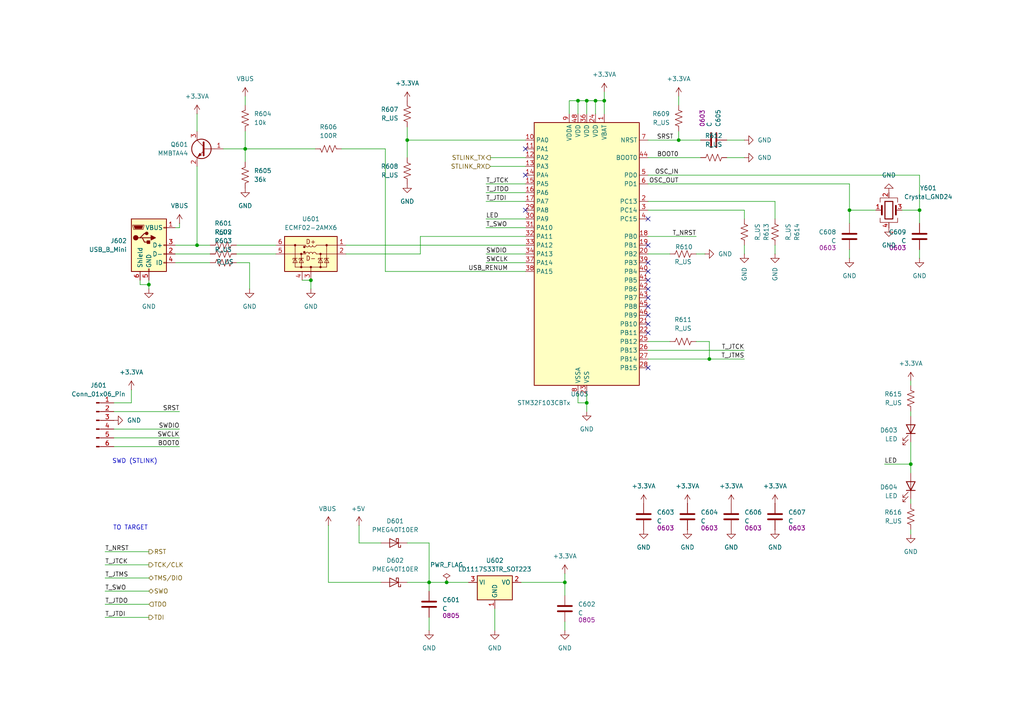
<source format=kicad_sch>
(kicad_sch (version 20250114) (generator "eeschema") (generator_version "9.0")
  (paper "A4")
  (lib_symbols
    (symbol "Connector:Conn_01x06_Pin" (pin_names (offset 1.016) (hide yes))
      (property "Reference" "J" (at 0 7.62 0))
      (property "Value" "Conn_01x06_Pin" (at 0 -10.16 0))
      (symbol "Conn_01x06_Pin_1_1"
        (rectangle (start 0.8636 5.207) (end 0 4.953) (stroke (width 0.1524)) (fill (type outline)))
        (rectangle (start 0.8636 2.667) (end 0 2.413) (stroke (width 0.1524)) (fill (type outline)))
        (rectangle (start 0.8636 0.127) (end 0 -0.127) (stroke (width 0.1524)) (fill (type outline)))
        (rectangle (start 0.8636 -2.413) (end 0 -2.667) (stroke (width 0.1524)) (fill (type outline)))
        (rectangle (start 0.8636 -4.953) (end 0 -5.207) (stroke (width 0.1524)) (fill (type outline)))
        (rectangle (start 0.8636 -7.493) (end 0 -7.747) (stroke (width 0.1524)) (fill (type outline)))
        (polyline (pts (xy 1.27 5.08) (xy 0.8636 5.08)) (stroke (width 0.1524)))
        (polyline (pts (xy 1.27 2.54) (xy 0.8636 2.54)) (stroke (width 0.1524)))
        (polyline (pts (xy 1.27 0) (xy 0.8636 0)) (stroke (width 0.1524)))
        (polyline (pts (xy 1.27 -2.54) (xy 0.8636 -2.54)) (stroke (width 0.1524)))
        (polyline (pts (xy 1.27 -5.08) (xy 0.8636 -5.08)) (stroke (width 0.1524)))
        (polyline (pts (xy 1.27 -7.62) (xy 0.8636 -7.62)) (stroke (width 0.1524)))
        (pin passive line (at 5.08 5.08 180) (length 3.81) (name "Pin_1") (number "1"))
        (pin passive line (at 5.08 2.54 180) (length 3.81) (name "Pin_2") (number "2"))
        (pin passive line (at 5.08 0 180) (length 3.81) (name "Pin_3") (number "3"))
        (pin passive line (at 5.08 -2.54 180) (length 3.81) (name "Pin_4") (number "4"))
        (pin passive line (at 5.08 -5.08 180) (length 3.81) (name "Pin_5") (number "5"))
        (pin passive line (at 5.08 -7.62 180) (length 3.81) (name "Pin_6") (number "6"))
      )
    )
    (symbol "Connector:USB_B_Mini" (pin_names (offset 1.016))
      (property "Reference" "J" (at -5.08 11.43 0))
      (property "Value" "USB_B_Mini" (at -5.08 8.89 0))
      (symbol "USB_B_Mini_0_1"
        (rectangle (start -5.08 -7.62) (end 5.08 7.62) (stroke (width 0.254)) (fill (type background)))
        (polyline (pts (xy -4.699 5.842) (xy -4.699 5.588) (xy -4.445 4.826) (xy -4.445 4.572) (xy -1.651 4.572) (xy -1.651 4.826) (xy -1.397 5.588) (xy -1.397 5.842) (xy -4.699 5.842)))
        (polyline (pts (xy -4.318 5.588) (xy -1.778 5.588) (xy -2.032 4.826) (xy -4.064 4.826) (xy -4.318 5.588)) (fill (type outline)))
        (circle (center -3.81 2.159) (radius 0.635) (stroke (width 0.254)) (fill (type outline)))
        (polyline (pts (xy -3.175 2.159) (xy -2.54 2.159) (xy -1.27 3.429) (xy -0.635 3.429)) (stroke (width 0.254)))
        (polyline (pts (xy -2.54 2.159) (xy -1.905 2.159) (xy -1.27 0.889) (xy 0 0.889)) (stroke (width 0.254)))
        (polyline (pts (xy -1.905 2.159) (xy 0.635 2.159)) (stroke (width 0.254)))
        (circle (center -0.635 3.429) (radius 0.381) (stroke (width 0.254)) (fill (type outline)))
        (rectangle (start -0.127 -7.62) (end 0.127 -6.858))
        (rectangle (start 0.254 1.27) (end -0.508 0.508) (stroke (width 0.254)) (fill (type outline)))
        (polyline (pts (xy 0.635 2.794) (xy 0.635 1.524) (xy 1.905 2.159) (xy 0.635 2.794)) (stroke (width 0.254)) (fill (type outline)))
        (rectangle (start 5.08 4.953) (end 4.318 5.207))
        (rectangle (start 5.08 -0.127) (end 4.318 0.127))
        (rectangle (start 5.08 -2.667) (end 4.318 -2.413))
        (rectangle (start 5.08 -5.207) (end 4.318 -4.953))
      )
      (symbol "USB_B_Mini_1_1"
        (pin passive line (at -2.54 -10.16 90) (length 2.54) (name "Shield") (number "6"))
        (pin power_out line (at 0 -10.16 90) (length 2.54) (name "GND") (number "5"))
        (pin power_out line (at 7.62 5.08 180) (length 2.54) (name "VBUS") (number "1"))
        (pin bidirectional line (at 7.62 0 180) (length 2.54) (name "D+") (number "3"))
        (pin bidirectional line (at 7.62 -2.54 180) (length 2.54) (name "D-") (number "2"))
        (pin passive line (at 7.62 -5.08 180) (length 2.54) (name "ID") (number "4"))
      )
    )
    (symbol "Device:C" (pin_numbers (hide yes)) (pin_names (offset 0.254))
      (property "Reference" "C" (at 0.635 2.54 0))
      (property "Value" "C" (at 0.635 -2.54 0))
      (symbol "C_0_1"
        (polyline (pts (xy -2.032 0.762) (xy 2.032 0.762)) (stroke (width 0.508)))
        (polyline (pts (xy -2.032 -0.762) (xy 2.032 -0.762)) (stroke (width 0.508)))
      )
      (symbol "C_1_1"
        (pin passive line (at 0 3.81 270) (length 2.794) (name "~") (number "1"))
        (pin passive line (at 0 -3.81 90) (length 2.794) (name "~") (number "2"))
      )
    )
    (symbol "Device:Crystal_GND24" (pin_names (offset 1.016) (hide yes))
      (property "Reference" "Y" (at 3.175 5.08 0))
      (property "Value" "Crystal_GND24" (at 3.175 3.175 0))
      (symbol "Crystal_GND24_0_1"
        (polyline (pts (xy -2.54 2.286) (xy -2.54 3.556) (xy 2.54 3.556) (xy 2.54 2.286)))
        (polyline (pts (xy -2.54 0) (xy -2.032 0)))
        (polyline (pts (xy -2.54 -2.286) (xy -2.54 -3.556) (xy 2.54 -3.556) (xy 2.54 -2.286)))
        (polyline (pts (xy -2.032 -1.27) (xy -2.032 1.27)) (stroke (width 0.508)))
        (rectangle (start -1.143 2.54) (end 1.143 -2.54) (stroke (width 0.3048)))
        (polyline (pts (xy 0 3.556) (xy 0 3.81)))
        (polyline (pts (xy 0 -3.81) (xy 0 -3.556)))
        (polyline (pts (xy 2.032 0) (xy 2.54 0)))
        (polyline (pts (xy 2.032 -1.27) (xy 2.032 1.27)) (stroke (width 0.508)))
      )
      (symbol "Crystal_GND24_1_1"
        (pin passive line (at -3.81 0 0) (length 1.27) (name "1") (number "1"))
        (pin passive line (at 0 5.08 270) (length 1.27) (name "2") (number "2"))
        (pin passive line (at 0 -5.08 90) (length 1.27) (name "4") (number "4"))
        (pin passive line (at 3.81 0 180) (length 1.27) (name "3") (number "3"))
      )
    )
    (symbol "Device:LED" (pin_numbers (hide yes)) (pin_names (offset 1.016) (hide yes))
      (property "Reference" "D" (at 0 2.54 0))
      (property "Value" "LED" (at 0 -2.54 0))
      (symbol "LED_0_1"
        (polyline (pts (xy -3.048 -0.762) (xy -4.572 -2.286) (xy -3.81 -2.286) (xy -4.572 -2.286) (xy -4.572 -1.524)))
        (polyline (pts (xy -1.778 -0.762) (xy -3.302 -2.286) (xy -2.54 -2.286) (xy -3.302 -2.286) (xy -3.302 -1.524)))
        (polyline (pts (xy -1.27 0) (xy 1.27 0)))
        (polyline (pts (xy -1.27 -1.27) (xy -1.27 1.27)) (stroke (width 0.254)))
        (polyline (pts (xy 1.27 -1.27) (xy 1.27 1.27) (xy -1.27 0) (xy 1.27 -1.27)) (stroke (width 0.254)))
      )
      (symbol "LED_1_1"
        (pin passive line (at -3.81 0 0) (length 2.54) (name "K") (number "1"))
        (pin passive line (at 3.81 0 180) (length 2.54) (name "A") (number "2"))
      )
    )
    (symbol "Device:R_US" (pin_numbers (hide yes)) (pin_names (offset 0))
      (property "Reference" "R" (at 2.54 0 90))
      (property "Value" "R_US" (at -2.54 0 90))
      (symbol "R_US_0_1"
        (polyline (pts (xy 0 2.286) (xy 0 2.54)))
        (polyline (pts (xy 0 2.286) (xy 1.016 1.905) (xy 0 1.524) (xy -1.016 1.143) (xy 0 0.762)))
        (polyline (pts (xy 0 0.762) (xy 1.016 0.381) (xy 0 0) (xy -1.016 -0.381) (xy 0 -0.762)))
        (polyline (pts (xy 0 -0.762) (xy 1.016 -1.143) (xy 0 -1.524) (xy -1.016 -1.905) (xy 0 -2.286)))
        (polyline (pts (xy 0 -2.286) (xy 0 -2.54)))
      )
      (symbol "R_US_1_1"
        (pin passive line (at 0 3.81 270) (length 1.27) (name "~") (number "1"))
        (pin passive line (at 0 -3.81 90) (length 1.27) (name "~") (number "2"))
      )
    )
    (symbol "Diode:PMEG40T10ER" (pin_numbers (hide yes)) (pin_names (hide yes))
      (property "Reference" "D" (at 0 2.54 0))
      (property "Value" "PMEG40T10ER" (at 0 -2.54 0))
      (symbol "PMEG40T10ER_0_1"
        (polyline (pts (xy -1.905 0.635) (xy -1.905 1.27) (xy -1.27 1.27) (xy -1.27 -1.27) (xy -0.635 -1.27) (xy -0.635 -0.635)) (stroke (width 0.2032)))
        (polyline (pts (xy 1.27 1.27) (xy 1.27 -1.27) (xy -1.27 0) (xy 1.27 1.27)) (stroke (width 0.2032)))
        (polyline (pts (xy 1.27 0) (xy -1.27 0)))
      )
      (symbol "PMEG40T10ER_1_1"
        (pin passive line (at -3.81 0 0) (length 2.54) (name "K") (number "1"))
        (pin passive line (at 3.81 0 180) (length 2.54) (name "A") (number "2"))
      )
    )
    (symbol "MCU_ST_STM32F1:STM32F103CBTx"
      (property "Reference" "U" (at -15.24 39.37 0))
      (property "Value" "STM32F103CBTx" (at 7.62 39.37 0))
      (symbol "STM32F103CBTx_0_1"
        (rectangle (start -15.24 -38.1) (end 15.24 38.1) (stroke (width 0.254)) (fill (type background)))
      )
      (symbol "STM32F103CBTx_1_1"
        (pin input line (at -17.78 33.02 0) (length 2.54) (name "NRST") (number "7"))
        (pin input line (at -17.78 27.94 0) (length 2.54) (name "BOOT0") (number "44"))
        (pin bidirectional line (at -17.78 22.86 0) (length 2.54) (name "PD0") (number "5"))
        (pin bidirectional line (at -17.78 20.32 0) (length 2.54) (name "PD1") (number "6"))
        (pin bidirectional line (at -17.78 15.24 0) (length 2.54) (name "PC13") (number "2"))
        (pin bidirectional line (at -17.78 12.7 0) (length 2.54) (name "PC14") (number "3"))
        (pin bidirectional line (at -17.78 10.16 0) (length 2.54) (name "PC15") (number "4"))
        (pin bidirectional line (at -17.78 5.08 0) (length 2.54) (name "PB0") (number "18"))
        (pin bidirectional line (at -17.78 2.54 0) (length 2.54) (name "PB1") (number "19"))
        (pin bidirectional line (at -17.78 0 0) (length 2.54) (name "PB2") (number "20"))
        (pin bidirectional line (at -17.78 -2.54 0) (length 2.54) (name "PB3") (number "39"))
        (pin bidirectional line (at -17.78 -5.08 0) (length 2.54) (name "PB4") (number "40"))
        (pin bidirectional line (at -17.78 -7.62 0) (length 2.54) (name "PB5") (number "41"))
        (pin bidirectional line (at -17.78 -10.16 0) (length 2.54) (name "PB6") (number "42"))
        (pin bidirectional line (at -17.78 -12.7 0) (length 2.54) (name "PB7") (number "43"))
        (pin bidirectional line (at -17.78 -15.24 0) (length 2.54) (name "PB8") (number "45"))
        (pin bidirectional line (at -17.78 -17.78 0) (length 2.54) (name "PB9") (number "46"))
        (pin bidirectional line (at -17.78 -20.32 0) (length 2.54) (name "PB10") (number "21"))
        (pin bidirectional line (at -17.78 -22.86 0) (length 2.54) (name "PB11") (number "22"))
        (pin bidirectional line (at -17.78 -25.4 0) (length 2.54) (name "PB12") (number "25"))
        (pin bidirectional line (at -17.78 -27.94 0) (length 2.54) (name "PB13") (number "26"))
        (pin bidirectional line (at -17.78 -30.48 0) (length 2.54) (name "PB14") (number "27"))
        (pin bidirectional line (at -17.78 -33.02 0) (length 2.54) (name "PB15") (number "28"))
        (pin power_in line (at -5.08 40.64 270) (length 2.54) (name "VBAT") (number "1"))
        (pin power_in line (at -2.54 40.64 270) (length 2.54) (name "VDD") (number "24"))
        (pin power_in line (at 0 40.64 270) (length 2.54) (name "VDD") (number "36"))
        (pin power_in line (at 0 -40.64 90) (length 2.54) (name "VSS") (number "23"))
        (pin passive line (at 0 -40.64 90) (length 2.54) (hide yes) (name "VSS") (number "35"))
        (pin passive line (at 0 -40.64 90) (length 2.54) (hide yes) (name "VSS") (number "47"))
        (pin power_in line (at 2.54 40.64 270) (length 2.54) (name "VDD") (number "48"))
        (pin power_in line (at 2.54 -40.64 90) (length 2.54) (name "VSSA") (number "8"))
        (pin power_in line (at 5.08 40.64 270) (length 2.54) (name "VDDA") (number "9"))
        (pin bidirectional line (at 17.78 33.02 180) (length 2.54) (name "PA0") (number "10"))
        (pin bidirectional line (at 17.78 30.48 180) (length 2.54) (name "PA1") (number "11"))
        (pin bidirectional line (at 17.78 27.94 180) (length 2.54) (name "PA2") (number "12"))
        (pin bidirectional line (at 17.78 25.4 180) (length 2.54) (name "PA3") (number "13"))
        (pin bidirectional line (at 17.78 22.86 180) (length 2.54) (name "PA4") (number "14"))
        (pin bidirectional line (at 17.78 20.32 180) (length 2.54) (name "PA5") (number "15"))
        (pin bidirectional line (at 17.78 17.78 180) (length 2.54) (name "PA6") (number "16"))
        (pin bidirectional line (at 17.78 15.24 180) (length 2.54) (name "PA7") (number "17"))
        (pin bidirectional line (at 17.78 12.7 180) (length 2.54) (name "PA8") (number "29"))
        (pin bidirectional line (at 17.78 10.16 180) (length 2.54) (name "PA9") (number "30"))
        (pin bidirectional line (at 17.78 7.62 180) (length 2.54) (name "PA10") (number "31"))
        (pin bidirectional line (at 17.78 5.08 180) (length 2.54) (name "PA11") (number "32"))
        (pin bidirectional line (at 17.78 2.54 180) (length 2.54) (name "PA12") (number "33"))
        (pin bidirectional line (at 17.78 0 180) (length 2.54) (name "PA13") (number "34"))
        (pin bidirectional line (at 17.78 -2.54 180) (length 2.54) (name "PA14") (number "37"))
        (pin bidirectional line (at 17.78 -5.08 180) (length 2.54) (name "PA15") (number "38"))
      )
    )
    (symbol "Power_Protection:ECMF02-2AMX6" (pin_names (offset 0.0254) (hide yes))
      (property "Reference" "U" (at 0 10.16 0))
      (property "Value" "ECMF02-2AMX6" (at 0 7.62 0))
      (symbol "ECMF02-2AMX6_0_1"
        (rectangle (start -7.62 5.08) (end 7.62 -5.08) (stroke (width 0.254)) (fill (type background)))
        (polyline (pts (xy -7.62 2.54) (xy -1.524 2.54)))
        (polyline (pts (xy -7.62 0) (xy -1.524 0)))
        (polyline (pts (xy -4.572 2.54) (xy -4.572 -3.81)))
        (polyline (pts (xy -4.572 -3.81) (xy 4.572 -3.81)))
        (polyline (pts (xy -2.794 0) (xy -2.794 -3.81)))
        (arc (start -0.508 2.5023) (mid -1.016 2.0306) (end -1.524 2.5023))
        (arc (start -1.524 0.0377) (mid -1.016 0.5094) (end -0.508 0.0377))
        (arc (start 0.508 2.5023) (mid 0 2.0306) (end -0.508 2.5023))
        (arc (start -0.508 0.0377) (mid 0 0.5094) (end 0.508 0.0377))
        (polyline (pts (xy 0 -5.08) (xy 0 -3.81)))
        (arc (start 1.524 2.5023) (mid 1.016 2.0306) (end 0.508 2.5023))
        (arc (start 0.508 0.0377) (mid 1.016 0.5094) (end 1.524 0.0377))
        (polyline (pts (xy 2.54 2.54) (xy 1.524 2.54)))
        (polyline (pts (xy 2.54 2.54) (xy 7.62 2.54)))
        (polyline (pts (xy 2.54 0) (xy 1.524 0)))
        (polyline (pts (xy 2.54 0) (xy 7.62 0)))
        (polyline (pts (xy 2.794 0) (xy 2.794 -3.81)))
        (polyline (pts (xy 4.572 2.54) (xy 4.572 -3.81)))
        (text "D+" (at 0 3.556 0) (effects (font (size 1.27 1.27))))
        (text "D-" (at 0 -1.27 0) (effects (font (size 1.27 1.27))))
      )
      (symbol "ECMF02-2AMX6_1_1"
        (polyline (pts (xy -5.207 -2.54) (xy -3.937 -2.54) (xy -4.572 -1.27) (xy -5.207 -2.54)))
        (circle (center -4.572 2.54) (radius 0.254) (fill (type outline)))
        (polyline (pts (xy -3.937 -1.651) (xy -3.937 -1.27) (xy -5.207 -1.27)))
        (polyline (pts (xy -3.429 -2.54) (xy -2.159 -2.54) (xy -2.794 -1.27) (xy -3.429 -2.54)))
        (circle (center -2.794 0) (radius 0.254) (fill (type outline)))
        (circle (center -2.794 -3.81) (radius 0.254) (fill (type outline)))
        (polyline (pts (xy -2.159 -1.651) (xy -2.159 -1.27) (xy -3.429 -1.27)))
        (circle (center 0 -3.81) (radius 0.254) (fill (type outline)))
        (circle (center 1.905 2.032) (radius 0.254) (fill (type outline)))
        (circle (center 1.905 0.508) (radius 0.254) (fill (type outline)))
        (circle (center 2.794 0) (radius 0.254) (fill (type outline)))
        (circle (center 2.794 -3.81) (radius 0.254) (fill (type outline)))
        (polyline (pts (xy 3.429 -1.651) (xy 3.429 -1.27) (xy 2.159 -1.27)))
        (polyline (pts (xy 3.429 -2.54) (xy 2.159 -2.54) (xy 2.794 -1.27) (xy 3.429 -2.54)))
        (circle (center 4.572 2.54) (radius 0.254) (fill (type outline)))
        (polyline (pts (xy 5.207 -1.651) (xy 5.207 -1.27) (xy 3.937 -1.27)))
        (polyline (pts (xy 5.207 -2.54) (xy 3.937 -2.54) (xy 4.572 -1.27) (xy 5.207 -2.54)))
        (pin passive line (at -10.16 2.54 0) (length 2.54) (name "D+_in") (number "1"))
        (pin passive line (at -10.16 0 0) (length 2.54) (name "D-_in") (number "2"))
        (pin power_in line (at 0 -7.62 90) (length 2.54) (name "GND") (number "3"))
        (pin free line (at 2.54 -7.62 90) (length 2.54) (name "NC") (number "4"))
        (pin passive line (at 10.16 2.54 180) (length 2.54) (name "D+_out") (number "6"))
        (pin passive line (at 10.16 0 180) (length 2.54) (name "D-_out") (number "5"))
      )
    )
    (symbol "Regulator_Linear:LD1117S33TR_SOT223"
      (property "Reference" "U" (at -3.81 3.175 0))
      (property "Value" "LD1117S33TR_SOT223" (at 0 3.175 0))
      (symbol "LD1117S33TR_SOT223_0_1"
        (rectangle (start -5.08 -5.08) (end 5.08 1.905) (stroke (width 0.254)) (fill (type background)))
      )
      (symbol "LD1117S33TR_SOT223_1_1"
        (pin power_in line (at -7.62 0 0) (length 2.54) (name "VI") (number "3"))
        (pin power_in line (at 0 -7.62 90) (length 2.54) (name "GND") (number "1"))
        (pin power_out line (at 7.62 0 180) (length 2.54) (name "VO") (number "2"))
      )
    )
    (symbol "Transistor_BJT:MMBTA44" (pin_names (offset 0) (hide yes))
      (property "Reference" "Q" (at 5.08 1.905 0))
      (property "Value" "MMBTA44" (at 5.08 0 0))
      (symbol "MMBTA44_0_1"
        (polyline (pts (xy -2.54 0) (xy 0.635 0)))
        (polyline (pts (xy 0.635 1.905) (xy 0.635 -1.905)) (stroke (width 0.508)))
        (circle (center 1.27 0) (radius 2.8194) (stroke (width 0.254)))
      )
      (symbol "MMBTA44_1_1"
        (polyline (pts (xy 0.635 0.635) (xy 2.54 2.54)))
        (polyline (pts (xy 0.635 -0.635) (xy 2.54 -2.54)))
        (polyline (pts (xy 1.27 -1.778) (xy 1.778 -1.27) (xy 2.286 -2.286) (xy 1.27 -1.778)) (fill (type outline)))
        (pin input line (at -5.08 0 0) (length 2.54) (name "B") (number "1"))
        (pin passive line (at 2.54 5.08 270) (length 2.54) (name "C") (number "3"))
        (pin passive line (at 2.54 -5.08 90) (length 2.54) (name "E") (number "2"))
      )
    )
    (symbol "power:+3.3VA" (power) (pin_numbers (hide yes)) (pin_names (offset 0) (hide yes))
      (property "Value" "+3.3VA" (at 0 3.556 0))
      (symbol "+3.3VA_0_1"
        (polyline (pts (xy -0.762 1.27) (xy 0 2.54)))
        (polyline (pts (xy 0 2.54) (xy 0.762 1.27)))
        (polyline (pts (xy 0 0) (xy 0 2.54)))
      )
      (symbol "+3.3VA_1_1"
        (pin power_in line (at 0 0 90) (length 0) (name "~") (number "1"))
      )
    )
    (symbol "power:+5V" (power) (pin_numbers (hide yes)) (pin_names (offset 0) (hide yes))
      (property "Value" "+5V" (at 0 3.556 0))
      (symbol "+5V_0_1"
        (polyline (pts (xy -0.762 1.27) (xy 0 2.54)))
        (polyline (pts (xy 0 2.54) (xy 0.762 1.27)))
        (polyline (pts (xy 0 0) (xy 0 2.54)))
      )
      (symbol "+5V_1_1"
        (pin power_in line (at 0 0 90) (length 0) (name "~") (number "1"))
      )
    )
    (symbol "power:GND" (power) (pin_numbers (hide yes)) (pin_names (offset 0) (hide yes))
      (property "Value" "GND" (at 0 -3.81 0))
      (symbol "GND_0_1"
        (polyline (pts (xy 0 0) (xy 0 -1.27) (xy 1.27 -1.27) (xy 0 -2.54) (xy -1.27 -1.27) (xy 0 -1.27)))
      )
      (symbol "GND_1_1"
        (pin power_in line (at 0 0 270) (length 0) (name "~") (number "1"))
      )
    )
    (symbol "power:PWR_FLAG" (power) (pin_numbers (hide yes)) (pin_names (offset 0) (hide yes))
      (property "Value" "PWR_FLAG" (at 0 3.81 0))
      (symbol "PWR_FLAG_0_0"
        (pin power_out line (at 0 0 90) (length 0) (name "~") (number "1"))
      )
      (symbol "PWR_FLAG_0_1"
        (polyline (pts (xy 0 0) (xy 0 1.27) (xy -1.016 1.905) (xy 0 2.54) (xy 1.016 1.905) (xy 0 1.27)))
      )
    )
    (symbol "power:VBUS" (power) (pin_numbers (hide yes)) (pin_names (offset 0) (hide yes))
      (property "Value" "VBUS" (at 0 3.556 0))
      (symbol "VBUS_0_1"
        (polyline (pts (xy -0.762 1.27) (xy 0 2.54)))
        (polyline (pts (xy 0 2.54) (xy 0.762 1.27)))
        (polyline (pts (xy 0 0) (xy 0 2.54)))
      )
      (symbol "VBUS_1_1"
        (pin power_in line (at 0 0 90) (length 0) (name "~") (number "1"))
      )
    )
  )
  (text "TO TARGET\n" (at 37.846 153.162 0) (effects (font (size 1.27 1.27))))
  (text "SWD (STLINK)\n\n" (at 39.116 134.874 0) (effects (font (size 1.27 1.27))))
  (junction (at 246.38 60.96))
  (junction (at 175.26 29.21))
  (junction (at 129.54 168.91))
  (junction (at 172.72 29.21))
  (junction (at 124.46 168.91))
  (junction (at 205.74 104.14))
  (junction (at 266.7 60.96))
  (junction (at 57.15 71.12))
  (junction (at 196.85 40.64))
  (junction (at 167.64 29.21))
  (junction (at 118.11 40.64))
  (junction (at 43.18 82.55))
  (junction (at 163.83 168.91))
  (junction (at 264.16 134.62))
  (junction (at 90.17 81.28))
  (junction (at 170.18 116.84))
  (junction (at 71.12 43.18))
  (junction (at 170.18 29.21))
  (no_connect (at 187.96 83.82))
  (no_connect (at 187.96 91.44))
  (no_connect (at 187.96 78.74))
  (no_connect (at 152.4 60.96))
  (no_connect (at 187.96 106.68))
  (no_connect (at 152.4 43.18))
  (no_connect (at 187.96 63.5))
  (no_connect (at 187.96 81.28))
  (no_connect (at 187.96 76.2))
  (no_connect (at 187.96 96.52))
  (no_connect (at 152.4 50.8))
  (no_connect (at 187.96 93.98))
  (no_connect (at 187.96 88.9))
  (no_connect (at 187.96 86.36))
  (no_connect (at 187.96 71.12))
  (wire (pts (xy 152.4 63.5) (xy 140.97 63.5)))
  (wire (pts (xy 167.64 29.21) (xy 170.18 29.21)))
  (wire (pts (xy 201.93 99.06) (xy 205.74 99.06)))
  (wire (pts (xy 175.26 29.21) (xy 175.26 33.02)))
  (wire (pts (xy 246.38 53.34) (xy 187.96 53.34)))
  (wire (pts (xy 264.16 128.27) (xy 264.16 134.62)))
  (wire (pts (xy 152.4 53.34) (xy 140.97 53.34)))
  (wire (pts (xy 224.79 58.42) (xy 187.96 58.42)))
  (wire (pts (xy 80.01 71.12) (xy 68.58 71.12)))
  (wire (pts (xy 152.4 73.66) (xy 140.97 73.66)))
  (wire (pts (xy 205.74 99.06) (xy 205.74 104.14)))
  (wire (pts (xy 205.74 104.14) (xy 187.96 104.14)))
  (wire (pts (xy 90.17 81.28) (xy 90.17 83.82)))
  (wire (pts (xy 71.12 38.1) (xy 71.12 43.18)))
  (wire (pts (xy 201.93 68.58) (xy 187.96 68.58)))
  (wire (pts (xy 71.12 43.18) (xy 91.44 43.18)))
  (wire (pts (xy 167.64 29.21) (xy 167.64 33.02)))
  (wire (pts (xy 40.64 81.28) (xy 40.64 82.55)))
  (wire (pts (xy 30.48 160.02) (xy 43.18 160.02)))
  (wire (pts (xy 95.25 168.91) (xy 95.25 152.4)))
  (wire (pts (xy 57.15 48.26) (xy 57.15 71.12)))
  (wire (pts (xy 30.48 167.64) (xy 43.18 167.64)))
  (wire (pts (xy 33.02 119.38) (xy 52.07 119.38)))
  (wire (pts (xy 57.15 71.12) (xy 50.8 71.12)))
  (wire (pts (xy 167.64 114.3) (xy 167.64 116.84)))
  (wire (pts (xy 215.9 63.5) (xy 215.9 60.96)))
  (wire (pts (xy 264.16 144.78) (xy 264.16 146.05)))
  (wire (pts (xy 121.92 73.66) (xy 121.92 68.58)))
  (wire (pts (xy 201.93 73.66) (xy 204.47 73.66)))
  (wire (pts (xy 43.18 82.55) (xy 43.18 83.82)))
  (wire (pts (xy 72.39 76.2) (xy 72.39 83.82)))
  (wire (pts (xy 118.11 157.48) (xy 124.46 157.48)))
  (wire (pts (xy 163.83 168.91) (xy 163.83 172.72)))
  (wire (pts (xy 152.4 66.04) (xy 140.97 66.04)))
  (wire (pts (xy 68.58 76.2) (xy 72.39 76.2)))
  (wire (pts (xy 194.31 73.66) (xy 187.96 73.66)))
  (wire (pts (xy 196.85 40.64) (xy 203.2 40.64)))
  (wire (pts (xy 87.63 81.28) (xy 90.17 81.28)))
  (wire (pts (xy 266.7 50.8) (xy 266.7 60.96)))
  (wire (pts (xy 110.49 168.91) (xy 95.25 168.91)))
  (wire (pts (xy 33.02 127) (xy 52.07 127)))
  (wire (pts (xy 170.18 116.84) (xy 170.18 119.38)))
  (wire (pts (xy 172.72 29.21) (xy 172.72 33.02)))
  (wire (pts (xy 64.77 43.18) (xy 71.12 43.18)))
  (wire (pts (xy 50.8 66.04) (xy 52.07 66.04)))
  (wire (pts (xy 33.02 124.46) (xy 52.07 124.46)))
  (wire (pts (xy 40.64 82.55) (xy 43.18 82.55)))
  (wire (pts (xy 165.1 29.21) (xy 167.64 29.21)))
  (wire (pts (xy 215.9 45.72) (xy 210.82 45.72)))
  (wire (pts (xy 124.46 179.07) (xy 124.46 182.88)))
  (wire (pts (xy 266.7 60.96) (xy 261.62 60.96)))
  (wire (pts (xy 215.9 101.6) (xy 187.96 101.6)))
  (wire (pts (xy 203.2 45.72) (xy 187.96 45.72)))
  (wire (pts (xy 264.16 134.62) (xy 264.16 137.16)))
  (wire (pts (xy 33.02 116.84) (xy 38.1 116.84)))
  (wire (pts (xy 246.38 74.93) (xy 246.38 72.39)))
  (wire (pts (xy 68.58 73.66) (xy 80.01 73.66)))
  (wire (pts (xy 167.64 116.84) (xy 170.18 116.84)))
  (wire (pts (xy 152.4 78.74) (xy 111.76 78.74)))
  (wire (pts (xy 170.18 114.3) (xy 170.18 116.84)))
  (wire (pts (xy 129.54 168.91) (xy 124.46 168.91)))
  (wire (pts (xy 50.8 76.2) (xy 60.96 76.2)))
  (wire (pts (xy 246.38 64.77) (xy 246.38 60.96)))
  (wire (pts (xy 266.7 50.8) (xy 187.96 50.8)))
  (wire (pts (xy 124.46 157.48) (xy 124.46 168.91)))
  (wire (pts (xy 143.51 176.53) (xy 143.51 182.88)))
  (wire (pts (xy 224.79 63.5) (xy 224.79 58.42)))
  (wire (pts (xy 111.76 43.18) (xy 111.76 78.74)))
  (wire (pts (xy 196.85 27.94) (xy 196.85 30.48)))
  (wire (pts (xy 152.4 71.12) (xy 100.33 71.12)))
  (wire (pts (xy 170.18 29.21) (xy 170.18 33.02)))
  (wire (pts (xy 104.14 157.48) (xy 110.49 157.48)))
  (wire (pts (xy 151.13 168.91) (xy 163.83 168.91)))
  (wire (pts (xy 50.8 73.66) (xy 60.96 73.66)))
  (wire (pts (xy 71.12 43.18) (xy 71.12 46.99)))
  (wire (pts (xy 152.4 55.88) (xy 140.97 55.88)))
  (wire (pts (xy 57.15 33.02) (xy 57.15 38.1)))
  (wire (pts (xy 33.02 129.54) (xy 52.07 129.54)))
  (wire (pts (xy 266.7 74.93) (xy 266.7 72.39)))
  (wire (pts (xy 175.26 26.67) (xy 175.26 29.21)))
  (wire (pts (xy 30.48 163.83) (xy 43.18 163.83)))
  (wire (pts (xy 100.33 73.66) (xy 121.92 73.66)))
  (wire (pts (xy 215.9 60.96) (xy 187.96 60.96)))
  (wire (pts (xy 187.96 99.06) (xy 194.31 99.06)))
  (wire (pts (xy 246.38 53.34) (xy 246.38 60.96)))
  (wire (pts (xy 30.48 171.45) (xy 43.18 171.45)))
  (wire (pts (xy 172.72 29.21) (xy 175.26 29.21)))
  (wire (pts (xy 30.48 175.26) (xy 43.18 175.26)))
  (wire (pts (xy 165.1 33.02) (xy 165.1 29.21)))
  (wire (pts (xy 118.11 36.83) (xy 118.11 40.64)))
  (wire (pts (xy 118.11 40.64) (xy 118.11 45.72)))
  (wire (pts (xy 215.9 104.14) (xy 205.74 104.14)))
  (wire (pts (xy 196.85 40.64) (xy 187.96 40.64)))
  (wire (pts (xy 264.16 119.38) (xy 264.16 120.65)))
  (wire (pts (xy 215.9 71.12) (xy 215.9 73.66)))
  (wire (pts (xy 266.7 64.77) (xy 266.7 60.96)))
  (wire (pts (xy 152.4 58.42) (xy 140.97 58.42)))
  (wire (pts (xy 152.4 40.64) (xy 118.11 40.64)))
  (wire (pts (xy 52.07 66.04) (xy 52.07 64.77)))
  (wire (pts (xy 254 60.96) (xy 246.38 60.96)))
  (wire (pts (xy 224.79 71.12) (xy 224.79 73.66)))
  (wire (pts (xy 104.14 152.4) (xy 104.14 157.48)))
  (wire (pts (xy 135.89 168.91) (xy 129.54 168.91)))
  (wire (pts (xy 196.85 38.1) (xy 196.85 40.64)))
  (wire (pts (xy 256.54 134.62) (xy 264.16 134.62)))
  (wire (pts (xy 170.18 29.21) (xy 172.72 29.21)))
  (wire (pts (xy 264.16 153.67) (xy 264.16 154.94)))
  (wire (pts (xy 30.48 179.07) (xy 43.18 179.07)))
  (wire (pts (xy 121.92 68.58) (xy 152.4 68.58)))
  (wire (pts (xy 152.4 48.26) (xy 142.24 48.26)))
  (wire (pts (xy 210.82 40.64) (xy 215.9 40.64)))
  (wire (pts (xy 43.18 82.55) (xy 43.18 81.28)))
  (wire (pts (xy 124.46 168.91) (xy 124.46 171.45)))
  (wire (pts (xy 264.16 110.49) (xy 264.16 111.76)))
  (wire (pts (xy 163.83 180.34) (xy 163.83 182.88)))
  (wire (pts (xy 38.1 116.84) (xy 38.1 113.03)))
  (wire (pts (xy 163.83 166.37) (xy 163.83 168.91)))
  (wire (pts (xy 152.4 45.72) (xy 142.24 45.72)))
  (wire (pts (xy 57.15 71.12) (xy 60.96 71.12)))
  (wire (pts (xy 99.06 43.18) (xy 111.76 43.18)))
  (wire (pts (xy 152.4 76.2) (xy 140.97 76.2)))
  (wire (pts (xy 124.46 168.91) (xy 118.11 168.91)))
  (wire (pts (xy 71.12 27.94) (xy 71.12 30.48)))
  (label "T_NRST" (at 30.48 160.02 0))
  (label "T_JTDI" (at 30.48 179.07 0))
  (label "SWCLK" (at 52.07 127 180))
  (label "LED" (at 140.97 63.5 0))
  (label "BOOT0" (at 196.85 45.72 180))
  (label "T_NRST" (at 201.93 68.58 180))
  (label "USB_RENUM" (at 147.32 78.74 180))
  (label "T_JTCK" (at 215.9 101.6 180))
  (label "T_SWO" (at 140.97 66.04 0))
  (label "T_SWO" (at 30.48 171.45 0))
  (label "T_JTMS" (at 30.48 167.64 0))
  (label "LED" (at 256.54 134.62 0))
  (label "SRST" (at 190.5 40.64 0))
  (label "T_JTCK" (at 30.48 163.83 0))
  (label "T_JTDO" (at 140.97 55.88 0))
  (label "T_JTDO" (at 30.48 175.26 0))
  (label "OSC_OUT" (at 196.85 53.34 180))
  (label "BOOT0" (at 52.07 129.54 180))
  (label "T_JTDI" (at 140.97 58.42 0))
  (label "T_JTMS" (at 215.9 104.14 180))
  (label "OSC_IN" (at 196.85 50.8 180))
  (label "T_JTCK" (at 140.97 53.34 0))
  (label "SWDIO" (at 52.07 124.46 180))
  (label "SWDIO" (at 140.97 73.66 0))
  (label "SRST" (at 52.07 119.38 180))
  (label "SWCLK" (at 140.97 76.2 0))
  (hierarchical_label "TCK{slash}CLK" (shape output) (at 43.18 163.83 0))
  (hierarchical_label "SWO" (shape bidirectional) (at 43.18 171.45 0))
  (hierarchical_label "STLINK_TX" (shape output) (at 142.24 45.72 180))
  (hierarchical_label "TDI" (shape output) (at 43.18 179.07 0))
  (hierarchical_label "TMS{slash}DIO" (shape bidirectional) (at 43.18 167.64 0))
  (hierarchical_label "TDO" (shape input) (at 43.18 175.26 0))
  (hierarchical_label "RST" (shape output) (at 43.18 160.02 0))
  (hierarchical_label "STLINK_RX" (shape input) (at 142.24 48.26 180))
  (symbol (lib_id "power:GND") (at 118.11 53.34 0) (mirror y) (unit 1)
    (property "Reference" "#PWR0613" (effects (hide yes)))
    (property "Value" "GND" (at 118.11 58.42 0))
    (property "Description" "Power symbol creates a global label with name \"GND\" , ground" (effects (hide yes)))
  )
  (symbol (lib_id "Device:R_US") (at 118.11 33.02 0) (unit 1)
    (property "Reference" "R607" (at 115.57 31.7499 0) (effects (justify right)))
    (property "Value" "R_US" (at 115.57 34.2899 0) (effects (justify right)))
    (property "Footprint" "Resistor_SMD:R_0603_1608Metric_Pad0.98x0.95mm_HandSolder" (effects (hide yes)))
    (property "Description" "Resistor, US symbol" (effects (hide yes)))
  )
  (symbol (lib_id "Device:R_US") (at 207.01 45.72 90) (unit 1)
    (property "Reference" "R612" (at 207.01 39.37 90))
    (property "Value" "R_US" (at 207.01 41.91 90))
    (property "Footprint" "Resistor_SMD:R_0603_1608Metric_Pad0.98x0.95mm_HandSolder" (effects (hide yes)))
    (property "Description" "Resistor, US symbol" (effects (hide yes)))
  )
  (symbol (lib_id "Regulator_Linear:LD1117S33TR_SOT223") (at 143.51 168.91 0) (unit 1)
    (property "Reference" "U602" (at 143.51 162.56 0))
    (property "Value" "LD1117S33TR_SOT223" (at 143.51 165.1 0))
    (property "Footprint" "Package_TO_SOT_SMD:SOT-223-3_TabPin2" (effects (hide yes)))
    (property "Datasheet" "http://www.st.com/st-web-ui/static/active/en/resource/technical/document/datasheet/CD00000544.pdf" (effects (hide yes)))
    (property "Description" "800mA Fixed Low Drop Positive Voltage Regulator, Fixed Output 3.3V, SOT-223" (effects (hide yes)))
  )
  (symbol (lib_id "power:VBUS") (at 52.07 64.77 0) (mirror y) (unit 1)
    (property "Reference" "#PWR0604" (effects (hide yes)))
    (property "Value" "VBUS" (at 52.07 59.69 0))
    (property "Description" "Power symbol creates a global label with name \"VBUS\"" (effects (hide yes)))
  )
  (symbol (lib_id "Device:R_US") (at 264.16 115.57 0) (unit 1)
    (property "Reference" "R615" (at 261.62 114.2999 0) (effects (justify right)))
    (property "Value" "R_US" (at 261.62 116.8399 0) (effects (justify right)))
    (property "Footprint" "Resistor_SMD:R_0603_1608Metric_Pad0.98x0.95mm_HandSolder" (effects (hide yes)))
    (property "Description" "Resistor, US symbol" (effects (hide yes)))
  )
  (symbol (lib_id "Device:LED") (at 264.16 124.46 270) (mirror x) (unit 1)
    (property "Reference" "D603" (at 260.35 124.7774 90) (effects (justify right)))
    (property "Value" "LED" (at 260.35 127.3174 90) (effects (justify right)))
    (property "Footprint" "LED_SMD:LED_0805_2012Metric_Pad1.15x1.40mm_HandSolder" (effects (hide yes)))
    (property "Description" "Light emitting diode" (effects (hide yes)))
    (property "Sim.Pins" "1=K 2=A" (effects (hide yes)))
  )
  (symbol (lib_id "power:GND") (at 43.18 83.82 0) (mirror y) (unit 1)
    (property "Reference" "#PWR0603" (effects (hide yes)))
    (property "Value" "GND" (at 43.18 88.9 0))
    (property "Description" "Power symbol creates a global label with name \"GND\" , ground" (effects (hide yes)))
  )
  (symbol (lib_id "Device:R_US") (at 64.77 73.66 90) (unit 1)
    (property "Reference" "R602" (at 64.77 67.31 90))
    (property "Value" "R_US" (at 65.278 75.946 90))
    (property "Footprint" "Resistor_SMD:R_0603_1608Metric_Pad0.98x0.95mm_HandSolder" (effects (hide yes)))
    (property "Description" "Resistor, US symbol" (effects (hide yes)))
  )
  (symbol (lib_id "Device:R_US") (at 224.79 67.31 0) (unit 1)
    (property "Reference" "R614" (at 231.14 67.31 90))
    (property "Value" "R_US" (at 228.6 67.31 90))
    (property "Footprint" "Resistor_SMD:R_0603_1608Metric_Pad0.98x0.95mm_HandSolder" (effects (hide yes)))
    (property "Description" "Resistor, US symbol" (effects (hide yes)))
  )
  (symbol (lib_id "power:+3.3VA") (at 224.79 146.05 0) (unit 1)
    (property "Reference" "#PWR0632" (effects (hide yes)))
    (property "Value" "+3.3VA" (at 224.79 140.97 0))
    (property "Description" "Power symbol creates a global label with name \"+3.3VA\"" (effects (hide yes)))
  )
  (symbol (lib_id "power:+3.3VA") (at 38.1 113.03 0) (unit 1)
    (property "Reference" "#PWR0602" (effects (hide yes)))
    (property "Value" "+3.3VA" (at 38.1 107.95 0))
    (property "Description" "Power symbol creates a global label with name \"+3.3VA\"" (effects (hide yes)))
  )
  (symbol (lib_id "power:+3.3VA") (at 118.11 29.21 0) (mirror y) (unit 1)
    (property "Reference" "#PWR0612" (effects (hide yes)))
    (property "Value" "+3.3VA" (at 118.11 24.13 0))
    (property "Description" "Power symbol creates a global label with name \"+3.3VA\"" (effects (hide yes)))
  )
  (symbol (lib_id "power:GND") (at 72.39 83.82 0) (mirror y) (unit 1)
    (property "Reference" "#PWR0608" (effects (hide yes)))
    (property "Value" "GND" (at 72.39 88.9 0))
    (property "Description" "Power symbol creates a global label with name \"GND\" , ground" (effects (hide yes)))
  )
  (symbol (lib_id "Device:LED") (at 264.16 140.97 270) (mirror x) (unit 1)
    (property "Reference" "D604" (at 260.35 141.2874 90) (effects (justify right)))
    (property "Value" "LED" (at 260.35 143.8274 90) (effects (justify right)))
    (property "Footprint" "LED_SMD:LED_0805_2012Metric_Pad1.15x1.40mm_HandSolder" (effects (hide yes)))
    (property "Description" "Light emitting diode" (effects (hide yes)))
    (property "Sim.Pins" "1=K 2=A" (effects (hide yes)))
  )
  (symbol (lib_id "Device:R_US") (at 64.77 76.2 90) (unit 1)
    (property "Reference" "R603" (at 64.77 69.85 90))
    (property "Value" "R_US" (at 64.77 72.39 90))
    (property "Footprint" "Resistor_SMD:R_0603_1608Metric_Pad0.98x0.95mm_HandSolder" (effects (hide yes)))
    (property "Description" "Resistor, US symbol" (effects (hide yes)))
  )
  (symbol (lib_id "power:GND") (at 90.17 83.82 0) (mirror y) (unit 1)
    (property "Reference" "#PWR0609" (effects (hide yes)))
    (property "Value" "GND" (at 90.17 88.9 0))
    (property "Description" "Power symbol creates a global label with name \"GND\" , ground" (effects (hide yes)))
  )
  (symbol (lib_id "power:GND") (at 215.9 73.66 0) (mirror y) (unit 1)
    (property "Reference" "#PWR0630" (effects (hide yes)))
    (property "Value" "GND" (at 215.9001 77.47 90) (effects (justify right)))
    (property "Description" "Power symbol creates a global label with name \"GND\" , ground" (effects (hide yes)))
  )
  (symbol (lib_id "Transistor_BJT:MMBTA44") (at 59.69 43.18 0) (mirror y) (unit 1)
    (property "Reference" "Q601" (at 54.61 41.9099 0) (effects (justify left)))
    (property "Value" "MMBTA44" (at 54.61 44.4499 0) (effects (justify left)))
    (property "Footprint" "Package_TO_SOT_SMD:SOT-23" (effects (hide yes)))
    (property "Datasheet" "https://diotec.com/request/datasheet/mmbta42.pdf" (effects (hide yes)))
    (property "Description" "0.3A Ic, 400V Vce, NPN High Voltage Transistor, SOT-23" (effects (hide yes)))
  )
  (symbol (lib_id "Device:R_US") (at 118.11 49.53 0) (unit 1)
    (property "Reference" "R608" (at 115.57 48.2599 0) (effects (justify right)))
    (property "Value" "R_US" (at 115.57 50.7999 0) (effects (justify right)))
    (property "Footprint" "Resistor_SMD:R_0603_1608Metric_Pad0.98x0.95mm_HandSolder" (effects (hide yes)))
    (property "Description" "Resistor, US symbol" (effects (hide yes)))
  )
  (symbol (lib_id "Device:R_US") (at 71.12 50.8 0) (mirror y) (unit 1)
    (property "Reference" "R605" (at 73.66 49.5299 0) (effects (justify right)))
    (property "Value" "36k" (at 73.66 52.0699 0) (effects (justify right)))
    (property "Footprint" "Resistor_SMD:R_0603_1608Metric_Pad0.98x0.95mm_HandSolder" (effects (hide yes)))
    (property "Description" "Resistor, US symbol" (effects (hide yes)))
  )
  (symbol (lib_id "MCU_ST_STM32F1:STM32F103CBTx") (at 170.18 73.66 0) (mirror y) (unit 1)
    (property "Reference" "U603" (at 165.4967 114.3 0) (effects (justify right)))
    (property "Value" "STM32F103CBTx" (at 165.4967 116.84 0) (effects (justify left)))
    (property "Footprint" "Package_QFP:LQFP-48_7x7mm_P0.5mm" (effects (hide yes)))
    (property "Datasheet" "https://www.st.com/resource/en/datasheet/stm32f103cb.pdf" (effects (hide yes)))
    (property "Description" "STMicroelectronics Arm Cortex-M3 MCU, 128KB flash, 20KB RAM, 72 MHz, 2.0-3.6V, 37 GPIO, LQFP48" (effects (hide yes)))
  )
  (symbol (lib_id "power:GND") (at 143.51 182.88 0) (unit 1)
    (property "Reference" "#PWR0615" (effects (hide yes)))
    (property "Value" "GND" (at 143.51 187.96 0))
    (property "Description" "Power symbol creates a global label with name \"GND\" , ground" (effects (hide yes)))
  )
  (symbol (lib_id "power:GND") (at 199.39 153.67 0) (unit 1)
    (property "Reference" "#PWR0624" (effects (hide yes)))
    (property "Value" "GND" (at 199.39 158.75 0))
    (property "Description" "Power symbol creates a global label with name \"GND\" , ground" (effects (hide yes)))
  )
  (symbol (lib_id "Device:Crystal_GND24") (at 257.81 60.96 0) (unit 1)
    (property "Reference" "Y601" (at 269.24 54.5398 0))
    (property "Value" "Crystal_GND24" (at 269.24 57.0798 0))
    (property "Footprint" "Crystal:Crystal_SMD_EuroQuartz_MQ-4Pin_7.0x5.0mm_HandSoldering" (effects (hide yes)))
    (property "Description" "Four pin crystal, GND on pins 2 and 4" (effects (hide yes)))
  )
  (symbol (lib_id "power:+3.3VA") (at 199.39 146.05 0) (unit 1)
    (property "Reference" "#PWR0623" (effects (hide yes)))
    (property "Value" "+3.3VA" (at 199.39 140.97 0))
    (property "Description" "Power symbol creates a global label with name \"+3.3VA\"" (effects (hide yes)))
  )
  (symbol (lib_id "Device:R_US") (at 198.12 73.66 90) (unit 1)
    (property "Reference" "R610" (at 198.374 71.628 90))
    (property "Value" "R_US" (at 198.12 75.946 90))
    (property "Footprint" "Resistor_SMD:R_0603_1608Metric_Pad0.98x0.95mm_HandSolder" (effects (hide yes)))
    (property "Description" "Resistor, US symbol" (effects (hide yes)))
  )
  (symbol (lib_id "power:GND") (at 71.12 54.61 0) (unit 1)
    (property "Reference" "#PWR0607" (effects (hide yes)))
    (property "Value" "GND" (at 71.12 59.69 0))
    (property "Description" "Power symbol creates a global label with name \"GND\" , ground" (effects (hide yes)))
  )
  (symbol (lib_id "power:GND") (at 246.38 74.93 0) (mirror y) (unit 1)
    (property "Reference" "#PWR0634" (effects (hide yes)))
    (property "Value" "GND" (at 246.38 80.01 0))
    (property "Description" "Power symbol creates a global label with name \"GND\" , ground" (effects (hide yes)))
  )
  (symbol (lib_id "power:PWR_FLAG") (at 129.54 168.91 0) (unit 1)
    (property "Reference" "#FLG0601" (effects (hide yes)))
    (property "Value" "PWR_FLAG" (at 129.54 163.83 0))
    (property "Description" "Special symbol for telling ERC where power comes from" (effects (hide yes)))
  )
  (symbol (lib_id "power:GND") (at 224.79 73.66 0) (mirror y) (unit 1)
    (property "Reference" "#PWR0631" (effects (hide yes)))
    (property "Value" "GND" (at 224.7901 77.47 90) (effects (justify right)))
    (property "Description" "Power symbol creates a global label with name \"GND\" , ground" (effects (hide yes)))
  )
  (symbol (lib_id "Device:R_US") (at 71.12 34.29 0) (mirror y) (unit 1)
    (property "Reference" "R604" (at 73.66 33.0199 0) (effects (justify right)))
    (property "Value" "10k" (at 73.66 35.5599 0) (effects (justify right)))
    (property "Footprint" "Resistor_SMD:R_0603_1608Metric_Pad0.98x0.95mm_HandSolder" (effects (hide yes)))
    (property "Description" "Resistor, US symbol" (effects (hide yes)))
  )
  (symbol (lib_id "Device:C") (at 124.46 175.26 0) (unit 1)
    (property "Reference" "C601" (at 128.27 173.9899 0) (effects (justify left)))
    (property "Value" "C" (at 128.27 176.5299 0) (effects (justify left)))
    (property "Footprint" "Capacitor_SMD:C_0805_2012Metric_Pad1.18x1.45mm_HandSolder" (effects (hide yes)))
    (property "Description" "Unpolarized capacitor" (effects (hide yes)))
    (property "Size" "0805" (at 130.81 178.562 0))
  )
  (symbol (lib_id "Device:C") (at 186.69 149.86 0) (unit 1)
    (property "Reference" "C603" (at 190.5 148.5899 0) (effects (justify left)))
    (property "Value" "C" (at 190.5 151.1299 0) (effects (justify left)))
    (property "Footprint" "Capacitor_SMD:C_0603_1608Metric_Pad1.08x0.95mm_HandSolder" (effects (hide yes)))
    (property "Description" "Unpolarized capacitor" (effects (hide yes)))
    (property "Size" "0603" (at 193.04 153.162 0))
  )
  (symbol (lib_id "power:GND") (at 124.46 182.88 0) (unit 1)
    (property "Reference" "#PWR0614" (effects (hide yes)))
    (property "Value" "GND" (at 124.46 187.96 0))
    (property "Description" "Power symbol creates a global label with name \"GND\" , ground" (effects (hide yes)))
  )
  (symbol (lib_id "power:GND") (at 212.09 153.67 0) (unit 1)
    (property "Reference" "#PWR0627" (effects (hide yes)))
    (property "Value" "GND" (at 212.09 158.75 0))
    (property "Description" "Power symbol creates a global label with name \"GND\" , ground" (effects (hide yes)))
  )
  (symbol (lib_id "power:+3.3VA") (at 186.69 146.05 0) (unit 1)
    (property "Reference" "#PWR0620" (effects (hide yes)))
    (property "Value" "+3.3VA" (at 186.69 140.97 0))
    (property "Description" "Power symbol creates a global label with name \"+3.3VA\"" (effects (hide yes)))
  )
  (symbol (lib_id "power:+3.3VA") (at 196.85 27.94 0) (mirror y) (unit 1)
    (property "Reference" "#PWR0622" (effects (hide yes)))
    (property "Value" "+3.3VA" (at 196.85 22.86 0))
    (property "Description" "Power symbol creates a global label with name \"+3.3VA\"" (effects (hide yes)))
  )
  (symbol (lib_id "power:GND") (at 33.02 121.92 90) (unit 1)
    (property "Reference" "#PWR0601" (effects (hide yes)))
    (property "Value" "GND" (at 36.83 121.9199 90) (effects (justify right)))
    (property "Description" "Power symbol creates a global label with name \"GND\" , ground" (effects (hide yes)))
  )
  (symbol (lib_id "Device:C") (at 266.7 68.58 0) (mirror y) (unit 1)
    (property "Reference" "C609" (at 262.89 67.3099 0) (effects (justify left)))
    (property "Value" "C" (at 262.89 69.8499 0) (effects (justify left)))
    (property "Footprint" "Capacitor_SMD:C_0603_1608Metric_Pad1.08x0.95mm_HandSolder" (effects (hide yes)))
    (property "Description" "Unpolarized capacitor" (effects (hide yes)))
    (property "Size" "0603" (at 260.35 71.882 0))
  )
  (symbol (lib_id "power:GND") (at 170.18 119.38 0) (mirror y) (unit 1)
    (property "Reference" "#PWR0618" (effects (hide yes)))
    (property "Value" "GND" (at 170.18 124.46 0))
    (property "Description" "Power symbol creates a global label with name \"GND\" , ground" (effects (hide yes)))
  )
  (symbol (lib_id "Device:R_US") (at 215.9 67.31 0) (unit 1)
    (property "Reference" "R613" (at 222.25 67.31 90))
    (property "Value" "R_US" (at 219.71 67.31 90))
    (property "Footprint" "Resistor_SMD:R_0603_1608Metric_Pad0.98x0.95mm_HandSolder" (effects (hide yes)))
    (property "Description" "Resistor, US symbol" (effects (hide yes)))
  )
  (symbol (lib_id "power:GND") (at 215.9 40.64 90) (mirror x) (unit 1)
    (property "Reference" "#PWR0628" (effects (hide yes)))
    (property "Value" "GND" (at 219.71 40.6399 90) (effects (justify right)))
    (property "Description" "Power symbol creates a global label with name \"GND\" , ground" (effects (hide yes)))
  )
  (symbol (lib_id "Device:R_US") (at 264.16 149.86 0) (unit 1)
    (property "Reference" "R616" (at 261.62 148.5899 0) (effects (justify right)))
    (property "Value" "R_US" (at 261.62 151.1299 0) (effects (justify right)))
    (property "Footprint" "Resistor_SMD:R_0603_1608Metric_Pad0.98x0.95mm_HandSolder" (effects (hide yes)))
    (property "Description" "Resistor, US symbol" (effects (hide yes)))
  )
  (symbol (lib_id "power:+3.3VA") (at 264.16 110.49 0) (mirror y) (unit 1)
    (property "Reference" "#PWR0637" (effects (hide yes)))
    (property "Value" "+3.3VA" (at 264.16 105.41 0))
    (property "Description" "Power symbol creates a global label with name \"+3.3VA\"" (effects (hide yes)))
  )
  (symbol (lib_id "power:VBUS") (at 95.25 152.4 0) (unit 1)
    (property "Reference" "#PWR0610" (effects (hide yes)))
    (property "Value" "VBUS" (at 94.996 147.574 0))
    (property "Description" "Power symbol creates a global label with name \"VBUS\"" (effects (hide yes)))
  )
  (symbol (lib_id "power:GND") (at 264.16 154.94 0) (mirror y) (unit 1)
    (property "Reference" "#PWR0638" (effects (hide yes)))
    (property "Value" "GND" (at 264.16 160.02 0))
    (property "Description" "Power symbol creates a global label with name \"GND\" , ground" (effects (hide yes)))
  )
  (symbol (lib_id "Diode:PMEG40T10ER") (at 114.3 168.91 180) (unit 1)
    (property "Reference" "D602" (at 114.6175 162.56 0))
    (property "Value" "PMEG40T10ER" (at 114.6175 165.1 0))
    (property "Footprint" "Diode_SMD:Nexperia_CFP3_SOD-123W" (effects (hide yes)))
    (property "Datasheet" "https://assets.nexperia.com/documents/data-sheet/PMEG40T10ER.pdf" (effects (hide yes)))
    (property "Description" "40V, 1A low Vf Trench MEGA Schottky barrier rectifier, SOD-123W" (effects (hide yes)))
  )
  (symbol (lib_id "power:GND") (at 266.7 74.93 0) (mirror y) (unit 1)
    (property "Reference" "#PWR0639" (effects (hide yes)))
    (property "Value" "GND" (at 266.7 80.01 0))
    (property "Description" "Power symbol creates a global label with name \"GND\" , ground" (effects (hide yes)))
  )
  (symbol (lib_id "Connector:USB_B_Mini") (at 43.18 71.12 0) (unit 1)
    (property "Reference" "J602" (at 36.83 69.8499 0) (effects (justify right)))
    (property "Value" "USB_B_Mini" (at 36.83 72.3899 0) (effects (justify right)))
    (property "Footprint" "Connector_USB:USB_Micro-B_Wuerth_629105150521" (effects (hide yes)))
    (property "Description" "USB Mini Type B connector" (effects (hide yes)))
  )
  (symbol (lib_id "power:VBUS") (at 71.12 27.94 0) (unit 1)
    (property "Reference" "#PWR0606" (effects (hide yes)))
    (property "Value" "VBUS" (at 71.12 22.86 0))
    (property "Description" "Power symbol creates a global label with name \"VBUS\"" (effects (hide yes)))
  )
  (symbol (lib_id "Device:C") (at 224.79 149.86 0) (unit 1)
    (property "Reference" "C607" (at 228.6 148.5899 0) (effects (justify left)))
    (property "Value" "C" (at 228.6 151.1299 0) (effects (justify left)))
    (property "Footprint" "Capacitor_SMD:C_0603_1608Metric_Pad1.08x0.95mm_HandSolder" (effects (hide yes)))
    (property "Description" "Unpolarized capacitor" (effects (hide yes)))
    (property "Size" "0603" (at 231.14 153.162 0))
  )
  (symbol (lib_id "power:GND") (at 257.81 55.88 0) (mirror x) (unit 1)
    (property "Reference" "#PWR0635" (effects (hide yes)))
    (property "Value" "GND" (at 257.81 50.8 0))
    (property "Description" "Power symbol creates a global label with name \"GND\" , ground" (effects (hide yes)))
  )
  (symbol (lib_id "Diode:PMEG40T10ER") (at 114.3 157.48 180) (unit 1)
    (property "Reference" "D601" (at 114.6175 151.13 0))
    (property "Value" "PMEG40T10ER" (at 114.6175 153.67 0))
    (property "Footprint" "Diode_SMD:Nexperia_CFP3_SOD-123W" (effects (hide yes)))
    (property "Datasheet" "https://assets.nexperia.com/documents/data-sheet/PMEG40T10ER.pdf" (effects (hide yes)))
    (property "Description" "40V, 1A low Vf Trench MEGA Schottky barrier rectifier, SOD-123W" (effects (hide yes)))
  )
  (symbol (lib_id "power:+3.3VA") (at 212.09 146.05 0) (unit 1)
    (property "Reference" "#PWR0626" (effects (hide yes)))
    (property "Value" "+3.3VA" (at 212.09 140.97 0))
    (property "Description" "Power symbol creates a global label with name \"+3.3VA\"" (effects (hide yes)))
  )
  (symbol (lib_id "power:GND") (at 215.9 45.72 90) (mirror x) (unit 1)
    (property "Reference" "#PWR0629" (effects (hide yes)))
    (property "Value" "GND" (at 219.71 45.7199 90) (effects (justify right)))
    (property "Description" "Power symbol creates a global label with name \"GND\" , ground" (effects (hide yes)))
  )
  (symbol (lib_id "Device:C") (at 246.38 68.58 0) (mirror y) (unit 1)
    (property "Reference" "C608" (at 242.57 67.3099 0) (effects (justify left)))
    (property "Value" "C" (at 242.57 69.8499 0) (effects (justify left)))
    (property "Footprint" "Capacitor_SMD:C_0603_1608Metric_Pad1.08x0.95mm_HandSolder" (effects (hide yes)))
    (property "Description" "Unpolarized capacitor" (effects (hide yes)))
    (property "Size" "0603" (at 240.03 71.882 0))
  )
  (symbol (lib_id "Device:R_US") (at 95.25 43.18 270) (mirror x) (unit 1)
    (property "Reference" "R606" (at 95.25 36.83 90))
    (property "Value" "100R" (at 95.25 39.37 90))
    (property "Footprint" "Resistor_SMD:R_0603_1608Metric_Pad0.98x0.95mm_HandSolder" (effects (hide yes)))
    (property "Description" "Resistor, US symbol" (effects (hide yes)))
  )
  (symbol (lib_id "Device:C") (at 163.83 176.53 0) (unit 1)
    (property "Reference" "C602" (at 167.64 175.2599 0) (effects (justify left)))
    (property "Value" "C" (at 167.64 177.7999 0) (effects (justify left)))
    (property "Footprint" "Capacitor_SMD:C_0805_2012Metric_Pad1.18x1.45mm_HandSolder" (effects (hide yes)))
    (property "Description" "Unpolarized capacitor" (effects (hide yes)))
    (property "Size" "0805" (at 170.18 179.832 0))
  )
  (symbol (lib_id "power:GND") (at 204.47 73.66 90) (mirror x) (unit 1)
    (property "Reference" "#PWR0625" (effects (hide yes)))
    (property "Value" "GND" (at 208.28 73.6599 90) (effects (justify right)))
    (property "Description" "Power symbol creates a global label with name \"GND\" , ground" (effects (hide yes)))
  )
  (symbol (lib_id "power:GND") (at 186.69 153.67 0) (unit 1)
    (property "Reference" "#PWR0621" (effects (hide yes)))
    (property "Value" "GND" (at 186.69 158.75 0))
    (property "Description" "Power symbol creates a global label with name \"GND\" , ground" (effects (hide yes)))
  )
  (symbol (lib_id "Device:C") (at 207.01 40.64 270) (mirror x) (unit 1)
    (property "Reference" "C605" (at 208.2801 36.83 0) (effects (justify left)))
    (property "Value" "C" (at 205.7401 36.83 0) (effects (justify left)))
    (property "Footprint" "Capacitor_SMD:C_0603_1608Metric_Pad1.08x0.95mm_HandSolder" (effects (hide yes)))
    (property "Description" "Unpolarized capacitor" (effects (hide yes)))
    (property "Size" "0603" (at 203.708 34.29 0))
  )
  (symbol (lib_id "power:GND") (at 257.81 66.04 0) (mirror y) (unit 1)
    (property "Reference" "#PWR0636" (effects (hide yes)))
    (property "Value" "GND" (at 257.81 71.12 0))
    (property "Description" "Power symbol creates a global label with name \"GND\" , ground" (effects (hide yes)))
  )
  (symbol (lib_id "power:+3.3VA") (at 175.26 26.67 0) (mirror y) (unit 1)
    (property "Reference" "#PWR0619" (effects (hide yes)))
    (property "Value" "+3.3VA" (at 175.26 21.59 0))
    (property "Description" "Power symbol creates a global label with name \"+3.3VA\"" (effects (hide yes)))
  )
  (symbol (lib_id "Device:R_US") (at 196.85 34.29 0) (unit 1)
    (property "Reference" "R609" (at 194.31 33.0199 0) (effects (justify right)))
    (property "Value" "R_US" (at 194.31 35.5599 0) (effects (justify right)))
    (property "Footprint" "Resistor_SMD:R_0603_1608Metric_Pad0.98x0.95mm_HandSolder" (effects (hide yes)))
    (property "Description" "Resistor, US symbol" (effects (hide yes)))
  )
  (symbol (lib_id "Device:C") (at 199.39 149.86 0) (unit 1)
    (property "Reference" "C604" (at 203.2 148.5899 0) (effects (justify left)))
    (property "Value" "C" (at 203.2 151.1299 0) (effects (justify left)))
    (property "Footprint" "Capacitor_SMD:C_0603_1608Metric_Pad1.08x0.95mm_HandSolder" (effects (hide yes)))
    (property "Description" "Unpolarized capacitor" (effects (hide yes)))
    (property "Size" "0603" (at 205.74 153.162 0))
  )
  (symbol (lib_id "Connector:Conn_01x06_Pin") (at 27.94 121.92 0) (unit 1)
    (property "Reference" "J601" (at 28.575 111.76 0))
    (property "Value" "Conn_01x06_Pin" (at 28.575 114.3 0))
    (property "Footprint" "Connector_PinHeader_2.54mm:PinHeader_1x06_P2.54mm_Vertical" (effects (hide yes)))
    (property "Description" "Generic connector, single row, 01x06, script generated" (effects (hide yes)))
  )
  (symbol (lib_id "power:+5V") (at 104.14 152.4 0) (unit 1)
    (property "Reference" "#PWR0611" (effects (hide yes)))
    (property "Value" "+5V" (at 103.886 147.574 0))
    (property "Description" "Power symbol creates a global label with name \"+5V\"" (effects (hide yes)))
  )
  (symbol (lib_id "Power_Protection:ECMF02-2AMX6") (at 90.17 73.66 0) (mirror y) (unit 1)
    (property "Reference" "U601" (at 90.17 63.5 0))
    (property "Value" "ECMF02-2AMX6" (at 90.17 66.04 0))
    (property "Footprint" "Package_DFN_QFN:ST_UQFN-6L_1.5x1.7mm_P0.5mm" (effects (hide yes)))
    (property "Datasheet" "https://www.st.com/resource/en/datasheet/ecmf02-2amx6.pdf" (effects (hide yes)))
    (property "Description" "Single Pair Common Mode Filter with ESD Protection, UQFN-6L" (effects (hide yes)))
  )
  (symbol (lib_id "Device:C") (at 212.09 149.86 0) (unit 1)
    (property "Reference" "C606" (at 215.9 148.5899 0) (effects (justify left)))
    (property "Value" "C" (at 215.9 151.1299 0) (effects (justify left)))
    (property "Footprint" "Capacitor_SMD:C_0603_1608Metric_Pad1.08x0.95mm_HandSolder" (effects (hide yes)))
    (property "Description" "Unpolarized capacitor" (effects (hide yes)))
    (property "Size" "0603" (at 218.44 153.162 0))
  )
  (symbol (lib_id "power:+3.3VA") (at 57.15 33.02 0) (mirror y) (unit 1)
    (property "Reference" "#PWR0605" (effects (hide yes)))
    (property "Value" "+3.3VA" (at 57.15 27.94 0))
    (property "Description" "Power symbol creates a global label with name \"+3.3VA\"" (effects (hide yes)))
  )
  (symbol (lib_id "power:GND") (at 163.83 182.88 0) (unit 1)
    (property "Reference" "#PWR0617" (effects (hide yes)))
    (property "Value" "GND" (at 163.83 187.96 0))
    (property "Description" "Power symbol creates a global label with name \"GND\" , ground" (effects (hide yes)))
  )
  (symbol (lib_id "power:+3.3VA") (at 163.83 166.37 0) (unit 1)
    (property "Reference" "#PWR0616" (effects (hide yes)))
    (property "Value" "+3.3VA" (at 163.83 161.29 0))
    (property "Description" "Power symbol creates a global label with name \"+3.3VA\"" (effects (hide yes)))
  )
  (symbol (lib_id "power:GND") (at 224.79 153.67 0) (unit 1)
    (property "Reference" "#PWR0633" (effects (hide yes)))
    (property "Value" "GND" (at 224.79 158.75 0))
    (property "Description" "Power symbol creates a global label with name \"GND\" , ground" (effects (hide yes)))
  )
  (symbol (lib_id "Device:R_US") (at 64.77 71.12 90) (unit 1)
    (property "Reference" "R601" (at 64.77 64.77 90))
    (property "Value" "R_US" (at 64.77 67.31 90))
    (property "Footprint" "Resistor_SMD:R_0603_1608Metric_Pad0.98x0.95mm_HandSolder" (effects (hide yes)))
    (property "Description" "Resistor, US symbol" (effects (hide yes)))
  )
  (symbol (lib_id "Device:R_US") (at 198.12 99.06 90) (unit 1)
    (property "Reference" "R611" (at 198.12 92.71 90))
    (property "Value" "R_US" (at 198.12 95.25 90))
    (property "Footprint" "Resistor_SMD:R_0603_1608Metric_Pad0.98x0.95mm_HandSolder" (effects (hide yes)))
    (property "Description" "Resistor, US symbol" (effects (hide yes)))
  )
)
</source>
